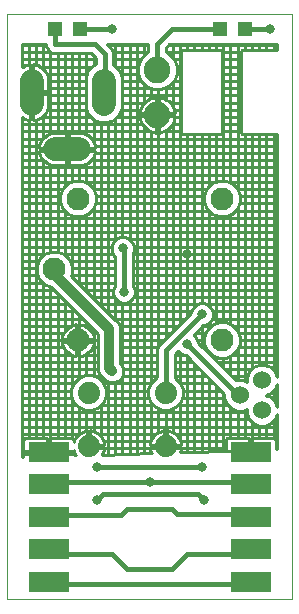
<source format=gtl>
G75*
G70*
%OFA0B0*%
%FSLAX24Y24*%
%IPPOS*%
%LPD*%
%AMOC8*
5,1,8,0,0,1.08239X$1,22.5*
%
%ADD10C,0.0000*%
%ADD11R,0.1378X0.0669*%
%ADD12C,0.0787*%
%ADD13C,0.0768*%
%ADD14C,0.0600*%
%ADD15C,0.0886*%
%ADD16R,0.0472X0.0472*%
%ADD17C,0.0740*%
%ADD18C,0.0100*%
%ADD19C,0.0317*%
%ADD20C,0.0160*%
%ADD21C,0.0320*%
D10*
X004180Y004050D02*
X013680Y004050D01*
X013680Y023550D01*
X004180Y023550D01*
X004180Y004050D01*
D11*
X005560Y004640D03*
X005560Y005720D03*
X005560Y006800D03*
X005560Y007880D03*
X005560Y008960D03*
X012300Y008960D03*
X012300Y007880D03*
X012300Y006800D03*
X012300Y005720D03*
X012300Y004640D03*
D12*
X006574Y019060D02*
X005786Y019060D01*
X004999Y020556D02*
X004999Y021344D01*
X007400Y021344D02*
X007400Y020556D01*
D13*
X006542Y017412D03*
X005755Y015050D03*
X006542Y012688D03*
X011345Y012688D03*
X011345Y017412D03*
D14*
X012680Y011350D03*
X011930Y010850D03*
X012680Y010350D03*
D15*
X009180Y020200D03*
X009180Y021700D03*
D16*
X011267Y023050D03*
X012093Y023050D03*
X006593Y023050D03*
X005767Y023050D03*
D17*
X006900Y010940D03*
X006900Y009160D03*
X009460Y009160D03*
X009460Y010940D03*
D18*
X009870Y010530D02*
X011529Y010530D01*
X011498Y010561D02*
X011641Y010418D01*
X011829Y010340D01*
X012031Y010340D01*
X012170Y010397D01*
X012170Y010249D01*
X012248Y010061D01*
X012391Y009918D01*
X012579Y009840D01*
X012781Y009840D01*
X012969Y009918D01*
X013112Y010061D01*
X013180Y010224D01*
X013180Y009050D01*
X013139Y009049D01*
X013139Y009314D01*
X013129Y009352D01*
X013109Y009387D01*
X013081Y009415D01*
X013047Y009434D01*
X013009Y009445D01*
X012350Y009445D01*
X012350Y009026D01*
X012250Y009023D01*
X012250Y009445D01*
X011591Y009445D01*
X011553Y009434D01*
X011519Y009415D01*
X011491Y009387D01*
X011471Y009352D01*
X011461Y009314D01*
X011461Y009010D01*
X011817Y009010D01*
X009939Y008955D01*
X009942Y008960D01*
X009967Y009038D01*
X009979Y009110D01*
X009510Y009110D01*
X009510Y009210D01*
X009410Y009210D01*
X009410Y009679D01*
X009338Y009667D01*
X009260Y009642D01*
X009187Y009605D01*
X009121Y009557D01*
X009063Y009499D01*
X009015Y009433D01*
X008978Y009360D01*
X008953Y009282D01*
X008941Y009210D01*
X009410Y009210D01*
X009410Y009110D01*
X008941Y009110D01*
X008953Y009038D01*
X008978Y008960D01*
X008995Y008927D01*
X007338Y008878D01*
X007345Y008887D01*
X007382Y008960D01*
X007407Y009038D01*
X007419Y009110D01*
X006950Y009110D01*
X006950Y009210D01*
X006850Y009210D01*
X006850Y009679D01*
X006778Y009667D01*
X006700Y009642D01*
X006627Y009605D01*
X006561Y009557D01*
X006503Y009499D01*
X006455Y009433D01*
X006418Y009360D01*
X006399Y009300D01*
X006399Y009314D01*
X006389Y009352D01*
X006369Y009387D01*
X006341Y009415D01*
X006307Y009434D01*
X006269Y009445D01*
X005610Y009445D01*
X005610Y009010D01*
X006399Y009010D01*
X006399Y009020D01*
X006418Y008960D01*
X006455Y008887D01*
X006480Y008853D01*
X006399Y008851D01*
X006399Y008910D01*
X005610Y008910D01*
X005610Y009010D01*
X005510Y009010D01*
X005510Y009445D01*
X004851Y009445D01*
X004813Y009434D01*
X004779Y009415D01*
X004751Y009387D01*
X004731Y009352D01*
X004721Y009314D01*
X004721Y009010D01*
X005510Y009010D01*
X005510Y008910D01*
X004721Y008910D01*
X004721Y008801D01*
X004680Y008800D01*
X004680Y020116D01*
X004714Y020091D01*
X004790Y020052D01*
X004872Y020026D01*
X004950Y020013D01*
X004950Y020902D01*
X005047Y020902D01*
X005047Y020998D01*
X005543Y020998D01*
X005543Y021386D01*
X005529Y021471D01*
X005503Y021552D01*
X005464Y021629D01*
X005414Y021698D01*
X005353Y021758D01*
X005284Y021809D01*
X005208Y021848D01*
X005126Y021874D01*
X005047Y021887D01*
X005047Y020998D01*
X004950Y020998D01*
X004950Y021887D01*
X004872Y021874D01*
X004790Y021848D01*
X004714Y021809D01*
X004680Y021784D01*
X004680Y022550D01*
X005490Y022550D01*
X005490Y022492D01*
X005534Y022386D01*
X005616Y022304D01*
X005722Y022260D01*
X006973Y022260D01*
X007140Y022093D01*
X007140Y021889D01*
X007059Y021855D01*
X006889Y021686D01*
X006797Y021464D01*
X006797Y020436D01*
X006889Y020214D01*
X007059Y020045D01*
X007280Y019953D01*
X007521Y019953D01*
X007742Y020045D01*
X007912Y020214D01*
X008004Y020436D01*
X008004Y021464D01*
X007912Y021686D01*
X007742Y021855D01*
X007720Y021865D01*
X007720Y022271D01*
X007676Y022378D01*
X007504Y022550D01*
X008890Y022550D01*
X008890Y022287D01*
X008810Y022254D01*
X008626Y022070D01*
X008527Y021830D01*
X008527Y021570D01*
X007960Y021570D01*
X008004Y021330D02*
X008627Y021330D01*
X008626Y021330D02*
X008810Y021146D01*
X009050Y021047D01*
X009310Y021047D01*
X009550Y021146D01*
X009734Y021330D01*
X009833Y021570D01*
X009980Y021570D01*
X009833Y021570D02*
X009833Y021830D01*
X009734Y022070D01*
X009550Y022254D01*
X009470Y022287D01*
X009470Y022430D01*
X009590Y022550D01*
X013180Y022550D01*
X013180Y022350D01*
X012009Y022350D01*
X011980Y022321D01*
X011980Y019579D01*
X012009Y019550D01*
X013180Y019550D01*
X013180Y011476D01*
X013112Y011639D01*
X012969Y011782D01*
X012781Y011860D01*
X012579Y011860D01*
X012391Y011782D01*
X012248Y011639D01*
X012170Y011451D01*
X012170Y011303D01*
X012031Y011360D01*
X011829Y011360D01*
X011794Y011346D01*
X010548Y012592D01*
X010548Y012623D01*
X010492Y012759D01*
X010396Y012855D01*
X010722Y013182D01*
X010753Y013182D01*
X010889Y013238D01*
X010992Y013341D01*
X011048Y013477D01*
X011048Y013623D01*
X010992Y013759D01*
X010889Y013862D01*
X010753Y013918D01*
X010607Y013918D01*
X010471Y013862D01*
X010368Y013759D01*
X010312Y013623D01*
X010312Y013592D01*
X009316Y012596D01*
X009234Y012514D01*
X009190Y012408D01*
X009190Y011456D01*
X009131Y011432D01*
X008968Y011269D01*
X008880Y011055D01*
X008880Y010825D01*
X008968Y010611D01*
X009131Y010448D01*
X009345Y010360D01*
X009575Y010360D01*
X009789Y010448D01*
X009952Y010611D01*
X010040Y010825D01*
X010040Y011055D01*
X009952Y011269D01*
X009789Y011432D01*
X009770Y011439D01*
X009770Y012230D01*
X009875Y012334D01*
X009971Y012238D01*
X010107Y012182D01*
X010138Y012182D01*
X011420Y010900D01*
X011420Y010749D01*
X011498Y010561D01*
X011620Y010439D02*
X011620Y009445D01*
X011465Y009330D02*
X009952Y009330D01*
X009942Y009360D02*
X009905Y009433D01*
X009857Y009499D01*
X009799Y009557D01*
X009733Y009605D01*
X009660Y009642D01*
X009582Y009667D01*
X009510Y009679D01*
X009510Y009210D01*
X009979Y009210D01*
X009967Y009282D01*
X009942Y009360D01*
X009940Y009363D02*
X009940Y010600D01*
X010017Y010770D02*
X011420Y010770D01*
X011380Y010940D02*
X011380Y008997D01*
X011461Y009090D02*
X009975Y009090D01*
X009940Y009110D02*
X009940Y009210D01*
X009940Y008957D02*
X009940Y008955D01*
X010180Y008962D02*
X010180Y012140D01*
X010038Y012210D02*
X009770Y012210D01*
X009940Y012269D02*
X009940Y011280D01*
X009959Y011250D02*
X011070Y011250D01*
X011140Y011180D02*
X011140Y008990D01*
X010900Y008983D02*
X010900Y011420D01*
X010830Y011490D02*
X009770Y011490D01*
X009770Y011730D02*
X010590Y011730D01*
X010660Y011660D02*
X010660Y008976D01*
X010420Y008969D02*
X010420Y011900D01*
X010350Y011970D02*
X009770Y011970D01*
X009190Y011970D02*
X007950Y011970D01*
X007950Y011903D02*
X007950Y013124D01*
X007894Y013260D01*
X007790Y013364D01*
X006311Y014842D01*
X006349Y014932D01*
X006349Y015168D01*
X006258Y015386D01*
X006091Y015553D01*
X005873Y015644D01*
X005637Y015644D01*
X005418Y015553D01*
X005251Y015386D01*
X005161Y015168D01*
X005161Y014932D01*
X005251Y014714D01*
X005418Y014547D01*
X005637Y014456D01*
X005651Y014456D01*
X007210Y012897D01*
X007210Y011676D01*
X007266Y011540D01*
X007370Y011436D01*
X007470Y011336D01*
X007606Y011280D01*
X007754Y011280D01*
X007890Y011336D01*
X007994Y011440D01*
X008050Y011576D01*
X008050Y011724D01*
X007994Y011860D01*
X007950Y011903D01*
X008020Y011796D02*
X008020Y013932D01*
X008007Y013932D02*
X008153Y013932D01*
X008289Y013988D01*
X008392Y014091D01*
X008448Y014227D01*
X008448Y014373D01*
X008392Y014509D01*
X008370Y014531D01*
X008370Y015608D01*
X008398Y015677D01*
X008398Y015823D01*
X008342Y015959D01*
X008239Y016062D01*
X008103Y016118D01*
X007957Y016118D01*
X007821Y016062D01*
X007718Y015959D01*
X007662Y015823D01*
X007662Y015677D01*
X007718Y015541D01*
X007790Y015469D01*
X007790Y014531D01*
X007768Y014509D01*
X007712Y014373D01*
X007712Y014227D01*
X007768Y014091D01*
X007871Y013988D01*
X008007Y013932D01*
X008260Y013976D02*
X008260Y008905D01*
X008020Y008898D02*
X008020Y011504D01*
X008014Y011490D02*
X009190Y011490D01*
X009190Y011730D02*
X008047Y011730D01*
X007950Y012210D02*
X009190Y012210D01*
X009208Y012450D02*
X007950Y012450D01*
X007950Y012690D02*
X009410Y012690D01*
X009460Y012740D02*
X009460Y019677D01*
X009491Y019693D02*
X009566Y019748D01*
X009632Y019814D01*
X009687Y019889D01*
X009729Y019972D01*
X009758Y020061D01*
X009772Y020150D01*
X009230Y020150D01*
X009230Y020250D01*
X009772Y020250D01*
X009758Y020339D01*
X009729Y020428D01*
X009687Y020511D01*
X009632Y020586D01*
X009566Y020652D01*
X009491Y020707D01*
X009408Y020749D01*
X009319Y020778D01*
X009230Y020792D01*
X009230Y020250D01*
X009130Y020250D01*
X009130Y020792D01*
X009041Y020778D01*
X008952Y020749D01*
X008869Y020707D01*
X008794Y020652D01*
X008728Y020586D01*
X008673Y020511D01*
X008631Y020428D01*
X008602Y020339D01*
X008588Y020250D01*
X009130Y020250D01*
X009130Y020150D01*
X009230Y020150D01*
X009230Y019608D01*
X009319Y019622D01*
X009408Y019651D01*
X009491Y019693D01*
X009406Y019650D02*
X009980Y019650D01*
X009980Y019579D02*
X010009Y019550D01*
X011301Y019550D01*
X011330Y019579D01*
X011330Y022321D01*
X011301Y022350D01*
X010009Y022350D01*
X009980Y022321D01*
X009980Y019579D01*
X010180Y019550D02*
X010180Y013460D01*
X010130Y013410D02*
X007743Y013410D01*
X007780Y013373D02*
X007780Y014079D01*
X007752Y014130D02*
X007023Y014130D01*
X007060Y014093D02*
X007060Y017110D01*
X007046Y017076D02*
X007136Y017294D01*
X007136Y017530D01*
X007046Y017749D01*
X006879Y017916D01*
X006660Y018006D01*
X006424Y018006D01*
X006206Y017916D01*
X006039Y017749D01*
X005948Y017530D01*
X005948Y017294D01*
X006039Y017076D01*
X006206Y016909D01*
X006424Y016818D01*
X006660Y016818D01*
X006879Y016909D01*
X007046Y017076D01*
X006980Y017010D02*
X010908Y017010D01*
X010900Y017018D02*
X010900Y013851D01*
X010822Y013890D02*
X013180Y013890D01*
X013180Y013650D02*
X011037Y013650D01*
X011021Y013410D02*
X013180Y013410D01*
X013180Y013170D02*
X011703Y013170D01*
X011682Y013191D02*
X011463Y013282D01*
X011227Y013282D01*
X011009Y013191D01*
X010842Y013024D01*
X010751Y012806D01*
X010751Y012570D01*
X010842Y012351D01*
X011009Y012184D01*
X011227Y012094D01*
X011463Y012094D01*
X011682Y012184D01*
X011849Y012351D01*
X011939Y012570D01*
X011939Y012806D01*
X011849Y013024D01*
X011682Y013191D01*
X011620Y013217D02*
X011620Y016883D01*
X011682Y016909D02*
X011463Y016818D01*
X011227Y016818D01*
X011009Y016909D01*
X010842Y017076D01*
X010751Y017294D01*
X010751Y017530D01*
X010842Y017749D01*
X011009Y017916D01*
X011227Y018006D01*
X011463Y018006D01*
X011682Y017916D01*
X011849Y017749D01*
X011939Y017530D01*
X011939Y017294D01*
X011849Y017076D01*
X011682Y016909D01*
X011783Y017010D02*
X013180Y017010D01*
X013180Y016770D02*
X004680Y016770D01*
X004680Y016530D02*
X013180Y016530D01*
X013180Y016290D02*
X004680Y016290D01*
X004680Y016050D02*
X007809Y016050D01*
X007780Y016021D02*
X007780Y020082D01*
X007828Y020130D02*
X008591Y020130D01*
X008588Y020150D02*
X008602Y020061D01*
X008631Y019972D01*
X008673Y019889D01*
X008728Y019814D01*
X008794Y019748D01*
X008869Y019693D01*
X008952Y019651D01*
X009041Y019622D01*
X009130Y019608D01*
X009130Y020150D01*
X008588Y020150D01*
X008740Y020150D02*
X008740Y020250D01*
X008612Y020370D02*
X007977Y020370D01*
X008004Y020610D02*
X008751Y020610D01*
X008740Y020599D02*
X008740Y021217D01*
X008626Y021330D02*
X008527Y021570D01*
X008527Y021810D02*
X007788Y021810D01*
X007780Y021818D02*
X007780Y022550D01*
X008020Y022550D02*
X008020Y016118D01*
X008251Y016050D02*
X013180Y016050D01*
X013180Y015810D02*
X008398Y015810D01*
X008370Y015570D02*
X013180Y015570D01*
X013180Y015330D02*
X008370Y015330D01*
X008370Y015090D02*
X013180Y015090D01*
X013180Y014850D02*
X008370Y014850D01*
X008370Y014610D02*
X013180Y014610D01*
X013180Y014370D02*
X008448Y014370D01*
X008408Y014130D02*
X013180Y014130D01*
X013180Y012930D02*
X011888Y012930D01*
X011860Y012997D02*
X011860Y017103D01*
X011921Y017250D02*
X013180Y017250D01*
X013180Y017490D02*
X011939Y017490D01*
X011860Y017722D02*
X011860Y022550D01*
X012100Y022550D02*
X012100Y022350D01*
X011980Y022290D02*
X011330Y022290D01*
X011140Y022350D02*
X011140Y022550D01*
X011380Y022550D02*
X011380Y018006D01*
X011551Y017970D02*
X013180Y017970D01*
X013180Y017730D02*
X011857Y017730D01*
X011620Y017941D02*
X011620Y022550D01*
X011330Y022050D02*
X011980Y022050D01*
X011980Y021810D02*
X011330Y021810D01*
X011330Y021570D02*
X011980Y021570D01*
X011980Y021330D02*
X011330Y021330D01*
X011330Y021090D02*
X011980Y021090D01*
X011980Y020850D02*
X011330Y020850D01*
X011330Y020610D02*
X011980Y020610D01*
X011980Y020370D02*
X011330Y020370D01*
X011330Y020130D02*
X011980Y020130D01*
X011980Y019890D02*
X011330Y019890D01*
X011330Y019650D02*
X011980Y019650D01*
X012100Y019550D02*
X012100Y011332D01*
X012186Y011490D02*
X011650Y011490D01*
X011620Y011520D02*
X011620Y012159D01*
X011707Y012210D02*
X013180Y012210D01*
X013180Y011970D02*
X011170Y011970D01*
X011140Y012000D02*
X011140Y012130D01*
X010983Y012210D02*
X010930Y012210D01*
X010900Y012240D02*
X010900Y012293D01*
X010801Y012450D02*
X010690Y012450D01*
X010660Y012480D02*
X010660Y013120D01*
X010710Y013170D02*
X010988Y013170D01*
X010900Y013249D02*
X010900Y013082D01*
X010803Y012930D02*
X010470Y012930D01*
X010420Y012880D02*
X010420Y012831D01*
X010521Y012690D02*
X010751Y012690D01*
X011140Y013246D02*
X011140Y016854D01*
X011380Y016818D02*
X011380Y013282D01*
X011939Y012690D02*
X013180Y012690D01*
X013180Y012450D02*
X011890Y012450D01*
X011860Y012378D02*
X011860Y011360D01*
X011410Y011730D02*
X012339Y011730D01*
X012340Y011731D02*
X012340Y019550D01*
X012580Y019550D02*
X012580Y011860D01*
X012820Y011844D02*
X012820Y019550D01*
X013060Y019550D02*
X013060Y011691D01*
X013021Y011730D02*
X013180Y011730D01*
X013174Y011490D02*
X013180Y011490D01*
X013180Y011224D02*
X013180Y010476D01*
X013112Y010639D01*
X012969Y010782D01*
X012806Y010850D01*
X012969Y010918D01*
X013112Y011061D01*
X013180Y011224D01*
X013180Y011010D02*
X013061Y011010D01*
X013060Y011009D02*
X013060Y010691D01*
X012981Y010770D02*
X013180Y010770D01*
X013180Y010530D02*
X013157Y010530D01*
X012820Y010844D02*
X012820Y010856D01*
X013101Y010050D02*
X013180Y010050D01*
X013060Y010009D02*
X013060Y009427D01*
X013135Y009330D02*
X013180Y009330D01*
X013180Y009090D02*
X013139Y009090D01*
X012820Y009445D02*
X012820Y009856D01*
X012580Y009840D02*
X012580Y009445D01*
X012350Y009330D02*
X012250Y009330D01*
X012100Y009445D02*
X012100Y010368D01*
X012170Y010290D02*
X004680Y010290D01*
X004680Y010050D02*
X012259Y010050D01*
X012340Y009969D02*
X012340Y009025D01*
X012350Y009090D02*
X012250Y009090D01*
X011860Y009445D02*
X011860Y010340D01*
X011310Y011010D02*
X010040Y011010D01*
X009700Y010412D02*
X009700Y009621D01*
X009780Y009570D02*
X013180Y009570D01*
X013180Y009810D02*
X004680Y009810D01*
X004680Y009570D02*
X006580Y009570D01*
X006580Y010445D01*
X006571Y010448D02*
X006785Y010360D01*
X007015Y010360D01*
X007229Y010448D01*
X007392Y010611D01*
X007480Y010825D01*
X007480Y011055D01*
X007392Y011269D01*
X007229Y011432D01*
X007015Y011520D01*
X006785Y011520D01*
X006571Y011432D01*
X006408Y011269D01*
X006320Y011055D01*
X006320Y010825D01*
X006408Y010611D01*
X006571Y010448D01*
X006490Y010530D02*
X004680Y010530D01*
X004680Y010770D02*
X006343Y010770D01*
X006340Y010776D02*
X006340Y009415D01*
X006395Y009330D02*
X006408Y009330D01*
X006340Y009010D02*
X006340Y008910D01*
X006100Y008910D02*
X006100Y009010D01*
X005860Y009010D02*
X005860Y008910D01*
X005620Y008910D02*
X005620Y009010D01*
X005610Y009090D02*
X005510Y009090D01*
X005380Y009010D02*
X005380Y008910D01*
X005140Y008910D02*
X005140Y009010D01*
X005140Y009445D02*
X005140Y020030D01*
X005126Y020026D02*
X005208Y020052D01*
X005284Y020091D01*
X005353Y020142D01*
X005414Y020202D01*
X005464Y020271D01*
X005503Y020348D01*
X005529Y020429D01*
X005543Y020514D01*
X005543Y020902D01*
X005047Y020902D01*
X005047Y020013D01*
X005126Y020026D01*
X005047Y020130D02*
X004950Y020130D01*
X004900Y020021D02*
X004900Y009445D01*
X004725Y009330D02*
X004680Y009330D01*
X004680Y009090D02*
X004721Y009090D01*
X004900Y009010D02*
X004900Y008910D01*
X004721Y008850D02*
X004680Y008850D01*
X005380Y009445D02*
X005380Y014585D01*
X005355Y014610D02*
X004680Y014610D01*
X004680Y014370D02*
X005737Y014370D01*
X005620Y014463D02*
X005620Y009445D01*
X005610Y009330D02*
X005510Y009330D01*
X005860Y009445D02*
X005860Y014247D01*
X005977Y014130D02*
X004680Y014130D01*
X004680Y013890D02*
X006217Y013890D01*
X006100Y014007D02*
X006100Y012987D01*
X006086Y012968D02*
X006047Y012893D01*
X006021Y012813D01*
X006010Y012738D01*
X006492Y012738D01*
X006492Y013220D01*
X006417Y013209D01*
X006337Y013183D01*
X006262Y013144D01*
X006194Y013095D01*
X006135Y013036D01*
X006086Y012968D01*
X006066Y012930D02*
X004680Y012930D01*
X004680Y012690D02*
X006492Y012690D01*
X006492Y012738D02*
X006492Y012638D01*
X006010Y012638D01*
X006021Y012563D01*
X006047Y012483D01*
X006086Y012408D01*
X006135Y012340D01*
X006194Y012281D01*
X006262Y012231D01*
X006337Y012193D01*
X006417Y012167D01*
X006492Y012155D01*
X006492Y012638D01*
X006592Y012638D01*
X006592Y012155D01*
X006667Y012167D01*
X006747Y012193D01*
X006822Y012231D01*
X006890Y012281D01*
X006949Y012340D01*
X006999Y012408D01*
X007037Y012483D01*
X007063Y012563D01*
X007075Y012638D01*
X006592Y012638D01*
X006592Y012738D01*
X006492Y012738D01*
X006580Y012738D02*
X006580Y013527D01*
X006697Y013410D02*
X004680Y013410D01*
X004680Y013170D02*
X006313Y013170D01*
X006340Y013183D02*
X006340Y013767D01*
X006457Y013650D02*
X004680Y013650D01*
X004680Y012450D02*
X006064Y012450D01*
X006100Y012388D02*
X006100Y009445D01*
X006820Y009674D02*
X006820Y010360D01*
X007060Y010378D02*
X007060Y009655D01*
X007022Y009667D02*
X006950Y009679D01*
X006950Y009210D01*
X007419Y009210D01*
X007407Y009282D01*
X007382Y009360D01*
X007345Y009433D01*
X007297Y009499D01*
X007239Y009557D01*
X007173Y009605D01*
X007100Y009642D01*
X007022Y009667D01*
X006950Y009570D02*
X006850Y009570D01*
X006850Y009330D02*
X006950Y009330D01*
X007060Y009210D02*
X007060Y009110D01*
X007300Y009110D02*
X007300Y009210D01*
X007392Y009330D02*
X008968Y009330D01*
X008980Y009363D02*
X008980Y010600D01*
X009050Y010530D02*
X007310Y010530D01*
X007300Y010520D02*
X007300Y009494D01*
X007220Y009570D02*
X009140Y009570D01*
X009220Y009621D02*
X009220Y010412D01*
X009460Y010360D02*
X009460Y009210D01*
X009410Y009330D02*
X009510Y009330D01*
X009700Y009210D02*
X009700Y009110D01*
X009220Y009110D02*
X009220Y009210D01*
X008980Y009210D02*
X008980Y009110D01*
X008945Y009090D02*
X007415Y009090D01*
X007540Y008884D02*
X007540Y011308D01*
X007399Y011250D02*
X008961Y011250D01*
X008980Y011280D02*
X008980Y019642D01*
X008954Y019650D02*
X004680Y019650D01*
X004680Y019410D02*
X005368Y019410D01*
X005372Y019414D02*
X005321Y019345D01*
X005282Y019269D01*
X005256Y019188D01*
X005243Y019109D01*
X006132Y019109D01*
X006132Y019604D01*
X005744Y019604D01*
X005659Y019591D01*
X005578Y019564D01*
X005501Y019525D01*
X005432Y019475D01*
X005372Y019414D01*
X005380Y019423D02*
X005380Y020168D01*
X005337Y020130D02*
X006973Y020130D01*
X007060Y020044D02*
X007060Y019303D01*
X007078Y019269D02*
X007039Y019345D01*
X006988Y019414D01*
X006928Y019475D01*
X006859Y019525D01*
X006782Y019564D01*
X006701Y019591D01*
X006616Y019604D01*
X006228Y019604D01*
X006228Y019109D01*
X006132Y019109D01*
X006132Y019012D01*
X006228Y019012D01*
X006228Y018517D01*
X006616Y018517D01*
X006701Y018530D01*
X006782Y018556D01*
X006859Y018595D01*
X006928Y018646D01*
X006988Y018706D01*
X007039Y018775D01*
X007078Y018852D01*
X007104Y018933D01*
X007117Y019012D01*
X006228Y019012D01*
X006228Y019109D01*
X007117Y019109D01*
X007104Y019188D01*
X007078Y019269D01*
X007107Y019170D02*
X013180Y019170D01*
X013180Y018930D02*
X007103Y018930D01*
X007060Y019012D02*
X007060Y019109D01*
X006820Y019109D02*
X006820Y019012D01*
X006580Y019012D02*
X006580Y019109D01*
X006340Y019109D02*
X006340Y019012D01*
X006228Y018930D02*
X006132Y018930D01*
X006132Y019012D02*
X006132Y018517D01*
X005744Y018517D01*
X005659Y018530D01*
X005578Y018556D01*
X005501Y018595D01*
X005432Y018646D01*
X005372Y018706D01*
X005321Y018775D01*
X005282Y018852D01*
X005256Y018933D01*
X005243Y019012D01*
X006132Y019012D01*
X006100Y019012D02*
X006100Y019109D01*
X006132Y019170D02*
X006228Y019170D01*
X006228Y019410D02*
X006132Y019410D01*
X006100Y019604D02*
X006100Y022260D01*
X005860Y022260D02*
X005860Y019604D01*
X005620Y019578D02*
X005620Y022302D01*
X005650Y022290D02*
X004680Y022290D01*
X004680Y022050D02*
X007140Y022050D01*
X007060Y022173D02*
X007060Y021856D01*
X007013Y021810D02*
X005281Y021810D01*
X005380Y021732D02*
X005380Y022550D01*
X005490Y022530D02*
X004680Y022530D01*
X004900Y022550D02*
X004900Y021879D01*
X004950Y021810D02*
X005047Y021810D01*
X005140Y021870D02*
X005140Y022550D01*
X004716Y021810D02*
X004680Y021810D01*
X004950Y021570D02*
X005047Y021570D01*
X005047Y021330D02*
X004950Y021330D01*
X004950Y021090D02*
X005047Y021090D01*
X005140Y020998D02*
X005140Y020902D01*
X005047Y020850D02*
X004950Y020850D01*
X004950Y020610D02*
X005047Y020610D01*
X005047Y020370D02*
X004950Y020370D01*
X004680Y019890D02*
X008673Y019890D01*
X008740Y019801D02*
X008740Y008919D01*
X008500Y008912D02*
X008500Y022550D01*
X008740Y022550D02*
X008740Y022183D01*
X008618Y022050D02*
X007720Y022050D01*
X007712Y022290D02*
X008890Y022290D01*
X008890Y022530D02*
X007524Y022530D01*
X007540Y022514D02*
X007540Y022550D01*
X008260Y022550D02*
X008260Y016041D01*
X007780Y015479D02*
X007780Y014521D01*
X007790Y014610D02*
X006543Y014610D01*
X006580Y014573D02*
X006580Y016818D01*
X006820Y016884D02*
X006820Y014333D01*
X006783Y014370D02*
X007712Y014370D01*
X007790Y014850D02*
X006315Y014850D01*
X006340Y014813D02*
X006340Y014911D01*
X006349Y015090D02*
X007790Y015090D01*
X007790Y015330D02*
X006282Y015330D01*
X006340Y015189D02*
X006340Y016853D01*
X006105Y017010D02*
X004680Y017010D01*
X004680Y017250D02*
X005967Y017250D01*
X005948Y017490D02*
X004680Y017490D01*
X004680Y017730D02*
X006031Y017730D01*
X006100Y017810D02*
X006100Y018517D01*
X006132Y018690D02*
X006228Y018690D01*
X006340Y018517D02*
X006340Y017971D01*
X006337Y017970D02*
X004680Y017970D01*
X004680Y018210D02*
X013180Y018210D01*
X013180Y018450D02*
X004680Y018450D01*
X004680Y018690D02*
X005388Y018690D01*
X005380Y018698D02*
X005380Y015515D01*
X005458Y015570D02*
X004680Y015570D01*
X004680Y015330D02*
X005228Y015330D01*
X005161Y015090D02*
X004680Y015090D01*
X004680Y014850D02*
X005195Y014850D01*
X005620Y015637D02*
X005620Y018543D01*
X005860Y018517D02*
X005860Y015644D01*
X006051Y015570D02*
X007706Y015570D01*
X007662Y015810D02*
X004680Y015810D01*
X006100Y015545D02*
X006100Y017015D01*
X006747Y017970D02*
X011140Y017970D01*
X011140Y019550D01*
X010900Y019550D02*
X010900Y017807D01*
X010834Y017730D02*
X007053Y017730D01*
X007060Y017714D02*
X007060Y018817D01*
X006972Y018690D02*
X013180Y018690D01*
X013180Y019410D02*
X006992Y019410D01*
X006820Y019545D02*
X006820Y020380D01*
X006824Y020370D02*
X005510Y020370D01*
X005543Y020610D02*
X006797Y020610D01*
X006797Y020850D02*
X005543Y020850D01*
X005380Y020902D02*
X005380Y020998D01*
X005543Y021090D02*
X006797Y021090D01*
X006797Y021330D02*
X005543Y021330D01*
X005494Y021570D02*
X006841Y021570D01*
X006820Y021520D02*
X006820Y022260D01*
X006580Y022260D02*
X006580Y019604D01*
X006340Y019604D02*
X006340Y022260D01*
X008004Y021090D02*
X008947Y021090D01*
X008980Y021076D02*
X008980Y020758D01*
X009130Y020610D02*
X009230Y020610D01*
X009230Y020370D02*
X009130Y020370D01*
X009220Y020250D02*
X009220Y021047D01*
X009413Y021090D02*
X009980Y021090D01*
X009980Y021330D02*
X009733Y021330D01*
X009700Y021297D02*
X009700Y020485D01*
X009748Y020370D02*
X009980Y020370D01*
X009980Y020130D02*
X009769Y020130D01*
X009700Y020150D02*
X009700Y020250D01*
X009460Y020250D02*
X009460Y020150D01*
X009230Y020130D02*
X009130Y020130D01*
X009220Y020150D02*
X009220Y012480D01*
X009650Y012930D02*
X007950Y012930D01*
X007931Y013170D02*
X009890Y013170D01*
X009940Y013220D02*
X009940Y022550D01*
X010180Y022550D02*
X010180Y022350D01*
X009980Y022290D02*
X009470Y022290D01*
X009570Y022530D02*
X013180Y022530D01*
X013060Y022550D02*
X013060Y022350D01*
X012820Y022350D02*
X012820Y022550D01*
X012580Y022550D02*
X012580Y022350D01*
X012340Y022350D02*
X012340Y022550D01*
X010900Y022550D02*
X010900Y022350D01*
X010660Y022350D02*
X010660Y022550D01*
X010420Y022550D02*
X010420Y022350D01*
X009980Y022050D02*
X009742Y022050D01*
X009700Y022103D02*
X009700Y022550D01*
X009833Y021810D02*
X009980Y021810D01*
X009460Y021109D02*
X009460Y020723D01*
X009609Y020610D02*
X009980Y020610D01*
X009980Y020850D02*
X008004Y020850D01*
X007540Y019961D02*
X007540Y013613D01*
X007503Y013650D02*
X010323Y013650D01*
X010420Y013811D02*
X010420Y019550D01*
X010660Y019550D02*
X010660Y013918D01*
X010538Y013890D02*
X007263Y013890D01*
X007300Y013853D02*
X007300Y019953D01*
X006820Y018576D02*
X006820Y017940D01*
X006580Y018006D02*
X006580Y018517D01*
X005860Y019012D02*
X005860Y019109D01*
X005620Y019109D02*
X005620Y019012D01*
X005380Y019012D02*
X005380Y019109D01*
X005253Y019170D02*
X004680Y019170D01*
X004680Y018930D02*
X005257Y018930D01*
X007136Y017490D02*
X010751Y017490D01*
X010770Y017250D02*
X007118Y017250D01*
X009130Y019650D02*
X009230Y019650D01*
X009230Y019890D02*
X009130Y019890D01*
X008980Y020150D02*
X008980Y020250D01*
X009687Y019890D02*
X009980Y019890D01*
X009700Y019915D02*
X009700Y012980D01*
X008880Y011010D02*
X007480Y011010D01*
X007457Y010770D02*
X008903Y010770D01*
X009410Y009570D02*
X009510Y009570D01*
X008980Y008957D02*
X008980Y008926D01*
X007780Y008891D02*
X007780Y011291D01*
X007300Y011360D02*
X007300Y011507D01*
X007317Y011490D02*
X007088Y011490D01*
X007060Y011502D02*
X007060Y012554D01*
X007060Y012638D02*
X007060Y012738D01*
X007075Y012738D02*
X007063Y012813D01*
X007037Y012893D01*
X006999Y012968D01*
X006949Y013036D01*
X006890Y013095D01*
X006822Y013144D01*
X006747Y013183D01*
X006667Y013209D01*
X006592Y013220D01*
X006592Y012738D01*
X007075Y012738D01*
X007060Y012822D02*
X007060Y013047D01*
X007018Y012930D02*
X007177Y012930D01*
X007210Y012690D02*
X006592Y012690D01*
X006580Y012638D02*
X006580Y011435D01*
X006712Y011490D02*
X004680Y011490D01*
X004680Y011250D02*
X006401Y011250D01*
X006340Y011104D02*
X006340Y012192D01*
X006304Y012210D02*
X004680Y012210D01*
X004680Y011970D02*
X007210Y011970D01*
X007210Y011730D02*
X004680Y011730D01*
X004680Y011010D02*
X006320Y011010D01*
X006820Y011520D02*
X006820Y012230D01*
X006780Y012210D02*
X007210Y012210D01*
X007210Y012450D02*
X007020Y012450D01*
X006820Y012638D02*
X006820Y012738D01*
X006592Y012930D02*
X006492Y012930D01*
X006492Y013170D02*
X006592Y013170D01*
X006772Y013170D02*
X006937Y013170D01*
X006820Y013145D02*
X006820Y013287D01*
X006340Y012738D02*
X006340Y012638D01*
X006100Y012638D02*
X006100Y012738D01*
X006492Y012450D02*
X006592Y012450D01*
X006592Y012210D02*
X006492Y012210D01*
X007790Y013364D02*
X007790Y013364D01*
X011380Y012094D02*
X011380Y011760D01*
X011620Y009010D02*
X011620Y009004D01*
X012280Y007950D02*
X012300Y007880D01*
X005680Y005550D02*
X005560Y005720D01*
X005560Y007880D02*
X005580Y007950D01*
D19*
X007180Y008450D03*
X007180Y007350D03*
X008930Y007950D03*
X010680Y008450D03*
X010730Y007350D03*
X007680Y011650D03*
X008080Y014300D03*
X008030Y015750D03*
X010180Y015550D03*
X010680Y013550D03*
X010180Y012550D03*
X007680Y023050D03*
X012930Y023050D03*
D20*
X012093Y023050D01*
X011267Y023050D02*
X009680Y023050D01*
X009180Y022550D01*
X009180Y021700D01*
X007680Y023050D02*
X006593Y023050D01*
X007093Y022550D02*
X005780Y022550D01*
X005780Y023050D01*
X007093Y022550D02*
X007430Y022213D01*
X007430Y020950D01*
X008030Y015750D02*
X008080Y015700D01*
X008080Y014300D01*
X009480Y012350D02*
X009480Y011050D01*
X009480Y010960D01*
X009460Y010940D01*
X009480Y010950D02*
X009480Y010960D01*
X009480Y012350D02*
X010680Y013550D01*
X010180Y012550D02*
X011880Y010850D01*
X011930Y010850D01*
X010680Y008450D02*
X007180Y008450D01*
X007380Y007550D02*
X007180Y007350D01*
X007380Y007550D02*
X010530Y007550D01*
X010730Y007350D01*
X009830Y006900D02*
X012280Y006900D01*
X012300Y006800D01*
X012280Y007950D02*
X008930Y007950D01*
X005580Y007950D01*
X005580Y006850D02*
X005560Y006800D01*
X005580Y006850D02*
X007980Y006850D01*
X008180Y007050D01*
X009680Y007050D01*
X009830Y006900D01*
X010180Y005550D02*
X009680Y005050D01*
X008180Y005050D01*
X007680Y005550D01*
X005680Y005550D01*
X005560Y004640D02*
X005650Y004550D01*
X012180Y004550D01*
X012280Y004650D01*
X012280Y005550D02*
X010180Y005550D01*
D21*
X007680Y011650D02*
X007580Y011750D01*
X007580Y013050D01*
X005780Y014850D01*
X005780Y014950D01*
X005755Y015050D01*
M02*

</source>
